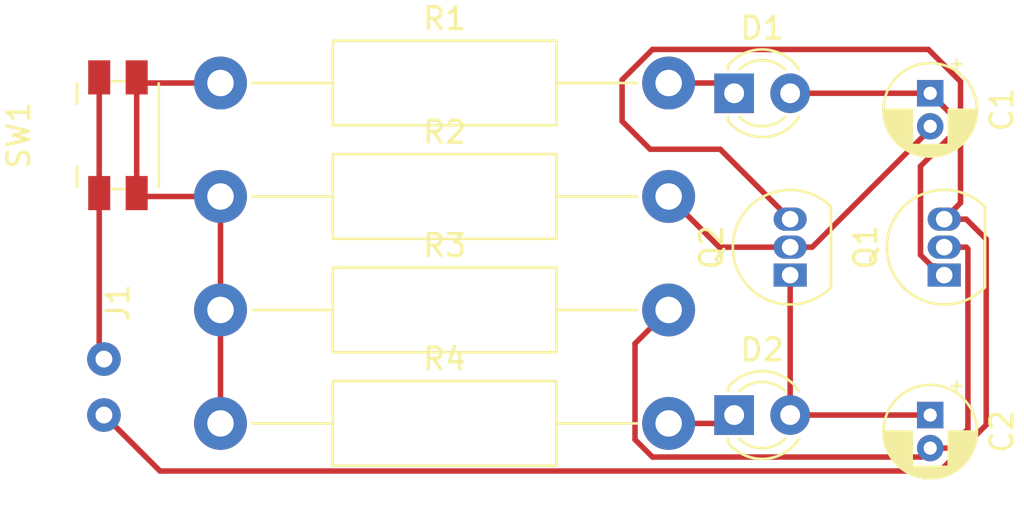
<source format=kicad_pcb>
(kicad_pcb (version 20171130) (host pcbnew "(5.1.10)-1")

  (general
    (thickness 1.6)
    (drawings 0)
    (tracks 56)
    (zones 0)
    (modules 12)
    (nets 10)
  )

  (page A4)
  (layers
    (0 F.Cu signal)
    (31 B.Cu signal)
    (32 B.Adhes user)
    (33 F.Adhes user)
    (34 B.Paste user)
    (35 F.Paste user)
    (36 B.SilkS user)
    (37 F.SilkS user)
    (38 B.Mask user)
    (39 F.Mask user)
    (40 Dwgs.User user)
    (41 Cmts.User user)
    (42 Eco1.User user)
    (43 Eco2.User user)
    (44 Edge.Cuts user)
    (45 Margin user)
    (46 B.CrtYd user)
    (47 F.CrtYd user)
    (48 B.Fab user)
    (49 F.Fab user)
  )

  (setup
    (last_trace_width 0.25)
    (trace_clearance 0.2)
    (zone_clearance 0.508)
    (zone_45_only no)
    (trace_min 0.2)
    (via_size 0.8)
    (via_drill 0.4)
    (via_min_size 0.4)
    (via_min_drill 0.3)
    (uvia_size 0.3)
    (uvia_drill 0.1)
    (uvias_allowed no)
    (uvia_min_size 0.2)
    (uvia_min_drill 0.1)
    (edge_width 0.05)
    (segment_width 0.2)
    (pcb_text_width 0.3)
    (pcb_text_size 1.5 1.5)
    (mod_edge_width 0.12)
    (mod_text_size 1 1)
    (mod_text_width 0.15)
    (pad_size 1.524 1.524)
    (pad_drill 0.762)
    (pad_to_mask_clearance 0)
    (aux_axis_origin 0 0)
    (visible_elements 7FFFFFFF)
    (pcbplotparams
      (layerselection 0x010fc_ffffffff)
      (usegerberextensions false)
      (usegerberattributes true)
      (usegerberadvancedattributes true)
      (creategerberjobfile true)
      (excludeedgelayer true)
      (linewidth 0.100000)
      (plotframeref false)
      (viasonmask false)
      (mode 1)
      (useauxorigin false)
      (hpglpennumber 1)
      (hpglpenspeed 20)
      (hpglpendiameter 15.000000)
      (psnegative false)
      (psa4output false)
      (plotreference true)
      (plotvalue true)
      (plotinvisibletext false)
      (padsonsilk false)
      (subtractmaskfromsilk false)
      (outputformat 1)
      (mirror false)
      (drillshape 1)
      (scaleselection 1)
      (outputdirectory ""))
  )

  (net 0 "")
  (net 1 "Net-(C1-Pad1)")
  (net 2 "Net-(C1-Pad2)")
  (net 3 "Net-(C2-Pad2)")
  (net 4 "Net-(C2-Pad1)")
  (net 5 "Net-(D1-Pad1)")
  (net 6 "Net-(D2-Pad1)")
  (net 7 "Net-(R1-Pad1)")
  (net 8 "Net-(J1-Pad1)")
  (net 9 "Net-(J1-Pad2)")

  (net_class Default "This is the default net class."
    (clearance 0.2)
    (trace_width 0.25)
    (via_dia 0.8)
    (via_drill 0.4)
    (uvia_dia 0.3)
    (uvia_drill 0.1)
    (add_net "Net-(C1-Pad1)")
    (add_net "Net-(C1-Pad2)")
    (add_net "Net-(C2-Pad1)")
    (add_net "Net-(C2-Pad2)")
    (add_net "Net-(D1-Pad1)")
    (add_net "Net-(D2-Pad1)")
    (add_net "Net-(J1-Pad1)")
    (add_net "Net-(J1-Pad2)")
    (add_net "Net-(R1-Pad1)")
  )

  (module Capacitor_THT:CP_Radial_D4.0mm_P1.50mm (layer F.Cu) (tedit 5AE50EF0) (tstamp 613A0BFD)
    (at 163.195 92.075 270)
    (descr "CP, Radial series, Radial, pin pitch=1.50mm, , diameter=4mm, Electrolytic Capacitor")
    (tags "CP Radial series Radial pin pitch 1.50mm  diameter 4mm Electrolytic Capacitor")
    (path /6135F32A)
    (fp_text reference C1 (at 0.75 -3.25 90) (layer F.SilkS)
      (effects (font (size 1 1) (thickness 0.15)))
    )
    (fp_text value CP1 (at 0.75 3.25 90) (layer F.Fab)
      (effects (font (size 1 1) (thickness 0.15)))
    )
    (fp_line (start -1.319801 -1.395) (end -1.319801 -0.995) (layer F.SilkS) (width 0.12))
    (fp_line (start -1.519801 -1.195) (end -1.119801 -1.195) (layer F.SilkS) (width 0.12))
    (fp_line (start 2.831 -0.37) (end 2.831 0.37) (layer F.SilkS) (width 0.12))
    (fp_line (start 2.791 -0.537) (end 2.791 0.537) (layer F.SilkS) (width 0.12))
    (fp_line (start 2.751 -0.664) (end 2.751 0.664) (layer F.SilkS) (width 0.12))
    (fp_line (start 2.711 -0.768) (end 2.711 0.768) (layer F.SilkS) (width 0.12))
    (fp_line (start 2.671 -0.859) (end 2.671 0.859) (layer F.SilkS) (width 0.12))
    (fp_line (start 2.631 -0.94) (end 2.631 0.94) (layer F.SilkS) (width 0.12))
    (fp_line (start 2.591 -1.013) (end 2.591 1.013) (layer F.SilkS) (width 0.12))
    (fp_line (start 2.551 -1.08) (end 2.551 1.08) (layer F.SilkS) (width 0.12))
    (fp_line (start 2.511 -1.142) (end 2.511 1.142) (layer F.SilkS) (width 0.12))
    (fp_line (start 2.471 -1.2) (end 2.471 1.2) (layer F.SilkS) (width 0.12))
    (fp_line (start 2.431 -1.254) (end 2.431 1.254) (layer F.SilkS) (width 0.12))
    (fp_line (start 2.391 -1.304) (end 2.391 1.304) (layer F.SilkS) (width 0.12))
    (fp_line (start 2.351 -1.351) (end 2.351 1.351) (layer F.SilkS) (width 0.12))
    (fp_line (start 2.311 0.84) (end 2.311 1.396) (layer F.SilkS) (width 0.12))
    (fp_line (start 2.311 -1.396) (end 2.311 -0.84) (layer F.SilkS) (width 0.12))
    (fp_line (start 2.271 0.84) (end 2.271 1.438) (layer F.SilkS) (width 0.12))
    (fp_line (start 2.271 -1.438) (end 2.271 -0.84) (layer F.SilkS) (width 0.12))
    (fp_line (start 2.231 0.84) (end 2.231 1.478) (layer F.SilkS) (width 0.12))
    (fp_line (start 2.231 -1.478) (end 2.231 -0.84) (layer F.SilkS) (width 0.12))
    (fp_line (start 2.191 0.84) (end 2.191 1.516) (layer F.SilkS) (width 0.12))
    (fp_line (start 2.191 -1.516) (end 2.191 -0.84) (layer F.SilkS) (width 0.12))
    (fp_line (start 2.151 0.84) (end 2.151 1.552) (layer F.SilkS) (width 0.12))
    (fp_line (start 2.151 -1.552) (end 2.151 -0.84) (layer F.SilkS) (width 0.12))
    (fp_line (start 2.111 0.84) (end 2.111 1.587) (layer F.SilkS) (width 0.12))
    (fp_line (start 2.111 -1.587) (end 2.111 -0.84) (layer F.SilkS) (width 0.12))
    (fp_line (start 2.071 0.84) (end 2.071 1.619) (layer F.SilkS) (width 0.12))
    (fp_line (start 2.071 -1.619) (end 2.071 -0.84) (layer F.SilkS) (width 0.12))
    (fp_line (start 2.031 0.84) (end 2.031 1.65) (layer F.SilkS) (width 0.12))
    (fp_line (start 2.031 -1.65) (end 2.031 -0.84) (layer F.SilkS) (width 0.12))
    (fp_line (start 1.991 0.84) (end 1.991 1.68) (layer F.SilkS) (width 0.12))
    (fp_line (start 1.991 -1.68) (end 1.991 -0.84) (layer F.SilkS) (width 0.12))
    (fp_line (start 1.951 0.84) (end 1.951 1.708) (layer F.SilkS) (width 0.12))
    (fp_line (start 1.951 -1.708) (end 1.951 -0.84) (layer F.SilkS) (width 0.12))
    (fp_line (start 1.911 0.84) (end 1.911 1.735) (layer F.SilkS) (width 0.12))
    (fp_line (start 1.911 -1.735) (end 1.911 -0.84) (layer F.SilkS) (width 0.12))
    (fp_line (start 1.871 0.84) (end 1.871 1.76) (layer F.SilkS) (width 0.12))
    (fp_line (start 1.871 -1.76) (end 1.871 -0.84) (layer F.SilkS) (width 0.12))
    (fp_line (start 1.831 0.84) (end 1.831 1.785) (layer F.SilkS) (width 0.12))
    (fp_line (start 1.831 -1.785) (end 1.831 -0.84) (layer F.SilkS) (width 0.12))
    (fp_line (start 1.791 0.84) (end 1.791 1.808) (layer F.SilkS) (width 0.12))
    (fp_line (start 1.791 -1.808) (end 1.791 -0.84) (layer F.SilkS) (width 0.12))
    (fp_line (start 1.751 0.84) (end 1.751 1.83) (layer F.SilkS) (width 0.12))
    (fp_line (start 1.751 -1.83) (end 1.751 -0.84) (layer F.SilkS) (width 0.12))
    (fp_line (start 1.711 0.84) (end 1.711 1.851) (layer F.SilkS) (width 0.12))
    (fp_line (start 1.711 -1.851) (end 1.711 -0.84) (layer F.SilkS) (width 0.12))
    (fp_line (start 1.671 0.84) (end 1.671 1.87) (layer F.SilkS) (width 0.12))
    (fp_line (start 1.671 -1.87) (end 1.671 -0.84) (layer F.SilkS) (width 0.12))
    (fp_line (start 1.631 0.84) (end 1.631 1.889) (layer F.SilkS) (width 0.12))
    (fp_line (start 1.631 -1.889) (end 1.631 -0.84) (layer F.SilkS) (width 0.12))
    (fp_line (start 1.591 0.84) (end 1.591 1.907) (layer F.SilkS) (width 0.12))
    (fp_line (start 1.591 -1.907) (end 1.591 -0.84) (layer F.SilkS) (width 0.12))
    (fp_line (start 1.551 0.84) (end 1.551 1.924) (layer F.SilkS) (width 0.12))
    (fp_line (start 1.551 -1.924) (end 1.551 -0.84) (layer F.SilkS) (width 0.12))
    (fp_line (start 1.511 0.84) (end 1.511 1.94) (layer F.SilkS) (width 0.12))
    (fp_line (start 1.511 -1.94) (end 1.511 -0.84) (layer F.SilkS) (width 0.12))
    (fp_line (start 1.471 0.84) (end 1.471 1.954) (layer F.SilkS) (width 0.12))
    (fp_line (start 1.471 -1.954) (end 1.471 -0.84) (layer F.SilkS) (width 0.12))
    (fp_line (start 1.43 0.84) (end 1.43 1.968) (layer F.SilkS) (width 0.12))
    (fp_line (start 1.43 -1.968) (end 1.43 -0.84) (layer F.SilkS) (width 0.12))
    (fp_line (start 1.39 0.84) (end 1.39 1.982) (layer F.SilkS) (width 0.12))
    (fp_line (start 1.39 -1.982) (end 1.39 -0.84) (layer F.SilkS) (width 0.12))
    (fp_line (start 1.35 0.84) (end 1.35 1.994) (layer F.SilkS) (width 0.12))
    (fp_line (start 1.35 -1.994) (end 1.35 -0.84) (layer F.SilkS) (width 0.12))
    (fp_line (start 1.31 0.84) (end 1.31 2.005) (layer F.SilkS) (width 0.12))
    (fp_line (start 1.31 -2.005) (end 1.31 -0.84) (layer F.SilkS) (width 0.12))
    (fp_line (start 1.27 0.84) (end 1.27 2.016) (layer F.SilkS) (width 0.12))
    (fp_line (start 1.27 -2.016) (end 1.27 -0.84) (layer F.SilkS) (width 0.12))
    (fp_line (start 1.23 0.84) (end 1.23 2.025) (layer F.SilkS) (width 0.12))
    (fp_line (start 1.23 -2.025) (end 1.23 -0.84) (layer F.SilkS) (width 0.12))
    (fp_line (start 1.19 0.84) (end 1.19 2.034) (layer F.SilkS) (width 0.12))
    (fp_line (start 1.19 -2.034) (end 1.19 -0.84) (layer F.SilkS) (width 0.12))
    (fp_line (start 1.15 0.84) (end 1.15 2.042) (layer F.SilkS) (width 0.12))
    (fp_line (start 1.15 -2.042) (end 1.15 -0.84) (layer F.SilkS) (width 0.12))
    (fp_line (start 1.11 0.84) (end 1.11 2.05) (layer F.SilkS) (width 0.12))
    (fp_line (start 1.11 -2.05) (end 1.11 -0.84) (layer F.SilkS) (width 0.12))
    (fp_line (start 1.07 0.84) (end 1.07 2.056) (layer F.SilkS) (width 0.12))
    (fp_line (start 1.07 -2.056) (end 1.07 -0.84) (layer F.SilkS) (width 0.12))
    (fp_line (start 1.03 0.84) (end 1.03 2.062) (layer F.SilkS) (width 0.12))
    (fp_line (start 1.03 -2.062) (end 1.03 -0.84) (layer F.SilkS) (width 0.12))
    (fp_line (start 0.99 0.84) (end 0.99 2.067) (layer F.SilkS) (width 0.12))
    (fp_line (start 0.99 -2.067) (end 0.99 -0.84) (layer F.SilkS) (width 0.12))
    (fp_line (start 0.95 0.84) (end 0.95 2.071) (layer F.SilkS) (width 0.12))
    (fp_line (start 0.95 -2.071) (end 0.95 -0.84) (layer F.SilkS) (width 0.12))
    (fp_line (start 0.91 0.84) (end 0.91 2.074) (layer F.SilkS) (width 0.12))
    (fp_line (start 0.91 -2.074) (end 0.91 -0.84) (layer F.SilkS) (width 0.12))
    (fp_line (start 0.87 0.84) (end 0.87 2.077) (layer F.SilkS) (width 0.12))
    (fp_line (start 0.87 -2.077) (end 0.87 -0.84) (layer F.SilkS) (width 0.12))
    (fp_line (start 0.83 -2.079) (end 0.83 -0.84) (layer F.SilkS) (width 0.12))
    (fp_line (start 0.83 0.84) (end 0.83 2.079) (layer F.SilkS) (width 0.12))
    (fp_line (start 0.79 -2.08) (end 0.79 -0.84) (layer F.SilkS) (width 0.12))
    (fp_line (start 0.79 0.84) (end 0.79 2.08) (layer F.SilkS) (width 0.12))
    (fp_line (start 0.75 -2.08) (end 0.75 -0.84) (layer F.SilkS) (width 0.12))
    (fp_line (start 0.75 0.84) (end 0.75 2.08) (layer F.SilkS) (width 0.12))
    (fp_line (start -0.752554 -1.0675) (end -0.752554 -0.6675) (layer F.Fab) (width 0.1))
    (fp_line (start -0.952554 -0.8675) (end -0.552554 -0.8675) (layer F.Fab) (width 0.1))
    (fp_circle (center 0.75 0) (end 3 0) (layer F.CrtYd) (width 0.05))
    (fp_circle (center 0.75 0) (end 2.87 0) (layer F.SilkS) (width 0.12))
    (fp_circle (center 0.75 0) (end 2.75 0) (layer F.Fab) (width 0.1))
    (fp_text user %R (at 0.75 0 90) (layer F.Fab)
      (effects (font (size 0.8 0.8) (thickness 0.12)))
    )
    (pad 1 thru_hole rect (at 0 0 270) (size 1.2 1.2) (drill 0.6) (layers *.Cu *.Mask)
      (net 1 "Net-(C1-Pad1)"))
    (pad 2 thru_hole circle (at 1.5 0 270) (size 1.2 1.2) (drill 0.6) (layers *.Cu *.Mask)
      (net 2 "Net-(C1-Pad2)"))
    (model ${KISYS3DMOD}/Capacitor_THT.3dshapes/CP_Radial_D4.0mm_P1.50mm.wrl
      (at (xyz 0 0 0))
      (scale (xyz 1 1 1))
      (rotate (xyz 0 0 0))
    )
  )

  (module Capacitor_THT:CP_Radial_D4.0mm_P1.50mm (layer F.Cu) (tedit 5AE50EF0) (tstamp 613A0C68)
    (at 163.195 106.68 270)
    (descr "CP, Radial series, Radial, pin pitch=1.50mm, , diameter=4mm, Electrolytic Capacitor")
    (tags "CP Radial series Radial pin pitch 1.50mm  diameter 4mm Electrolytic Capacitor")
    (path /6135FA8A)
    (fp_text reference C2 (at 0.75 -3.25 90) (layer F.SilkS)
      (effects (font (size 1 1) (thickness 0.15)))
    )
    (fp_text value CP1 (at 0.75 3.25 90) (layer F.Fab)
      (effects (font (size 1 1) (thickness 0.15)))
    )
    (fp_text user %R (at 0.75 0 90) (layer F.Fab)
      (effects (font (size 0.8 0.8) (thickness 0.12)))
    )
    (fp_circle (center 0.75 0) (end 2.75 0) (layer F.Fab) (width 0.1))
    (fp_circle (center 0.75 0) (end 2.87 0) (layer F.SilkS) (width 0.12))
    (fp_circle (center 0.75 0) (end 3 0) (layer F.CrtYd) (width 0.05))
    (fp_line (start -0.952554 -0.8675) (end -0.552554 -0.8675) (layer F.Fab) (width 0.1))
    (fp_line (start -0.752554 -1.0675) (end -0.752554 -0.6675) (layer F.Fab) (width 0.1))
    (fp_line (start 0.75 0.84) (end 0.75 2.08) (layer F.SilkS) (width 0.12))
    (fp_line (start 0.75 -2.08) (end 0.75 -0.84) (layer F.SilkS) (width 0.12))
    (fp_line (start 0.79 0.84) (end 0.79 2.08) (layer F.SilkS) (width 0.12))
    (fp_line (start 0.79 -2.08) (end 0.79 -0.84) (layer F.SilkS) (width 0.12))
    (fp_line (start 0.83 0.84) (end 0.83 2.079) (layer F.SilkS) (width 0.12))
    (fp_line (start 0.83 -2.079) (end 0.83 -0.84) (layer F.SilkS) (width 0.12))
    (fp_line (start 0.87 -2.077) (end 0.87 -0.84) (layer F.SilkS) (width 0.12))
    (fp_line (start 0.87 0.84) (end 0.87 2.077) (layer F.SilkS) (width 0.12))
    (fp_line (start 0.91 -2.074) (end 0.91 -0.84) (layer F.SilkS) (width 0.12))
    (fp_line (start 0.91 0.84) (end 0.91 2.074) (layer F.SilkS) (width 0.12))
    (fp_line (start 0.95 -2.071) (end 0.95 -0.84) (layer F.SilkS) (width 0.12))
    (fp_line (start 0.95 0.84) (end 0.95 2.071) (layer F.SilkS) (width 0.12))
    (fp_line (start 0.99 -2.067) (end 0.99 -0.84) (layer F.SilkS) (width 0.12))
    (fp_line (start 0.99 0.84) (end 0.99 2.067) (layer F.SilkS) (width 0.12))
    (fp_line (start 1.03 -2.062) (end 1.03 -0.84) (layer F.SilkS) (width 0.12))
    (fp_line (start 1.03 0.84) (end 1.03 2.062) (layer F.SilkS) (width 0.12))
    (fp_line (start 1.07 -2.056) (end 1.07 -0.84) (layer F.SilkS) (width 0.12))
    (fp_line (start 1.07 0.84) (end 1.07 2.056) (layer F.SilkS) (width 0.12))
    (fp_line (start 1.11 -2.05) (end 1.11 -0.84) (layer F.SilkS) (width 0.12))
    (fp_line (start 1.11 0.84) (end 1.11 2.05) (layer F.SilkS) (width 0.12))
    (fp_line (start 1.15 -2.042) (end 1.15 -0.84) (layer F.SilkS) (width 0.12))
    (fp_line (start 1.15 0.84) (end 1.15 2.042) (layer F.SilkS) (width 0.12))
    (fp_line (start 1.19 -2.034) (end 1.19 -0.84) (layer F.SilkS) (width 0.12))
    (fp_line (start 1.19 0.84) (end 1.19 2.034) (layer F.SilkS) (width 0.12))
    (fp_line (start 1.23 -2.025) (end 1.23 -0.84) (layer F.SilkS) (width 0.12))
    (fp_line (start 1.23 0.84) (end 1.23 2.025) (layer F.SilkS) (width 0.12))
    (fp_line (start 1.27 -2.016) (end 1.27 -0.84) (layer F.SilkS) (width 0.12))
    (fp_line (start 1.27 0.84) (end 1.27 2.016) (layer F.SilkS) (width 0.12))
    (fp_line (start 1.31 -2.005) (end 1.31 -0.84) (layer F.SilkS) (width 0.12))
    (fp_line (start 1.31 0.84) (end 1.31 2.005) (layer F.SilkS) (width 0.12))
    (fp_line (start 1.35 -1.994) (end 1.35 -0.84) (layer F.SilkS) (width 0.12))
    (fp_line (start 1.35 0.84) (end 1.35 1.994) (layer F.SilkS) (width 0.12))
    (fp_line (start 1.39 -1.982) (end 1.39 -0.84) (layer F.SilkS) (width 0.12))
    (fp_line (start 1.39 0.84) (end 1.39 1.982) (layer F.SilkS) (width 0.12))
    (fp_line (start 1.43 -1.968) (end 1.43 -0.84) (layer F.SilkS) (width 0.12))
    (fp_line (start 1.43 0.84) (end 1.43 1.968) (layer F.SilkS) (width 0.12))
    (fp_line (start 1.471 -1.954) (end 1.471 -0.84) (layer F.SilkS) (width 0.12))
    (fp_line (start 1.471 0.84) (end 1.471 1.954) (layer F.SilkS) (width 0.12))
    (fp_line (start 1.511 -1.94) (end 1.511 -0.84) (layer F.SilkS) (width 0.12))
    (fp_line (start 1.511 0.84) (end 1.511 1.94) (layer F.SilkS) (width 0.12))
    (fp_line (start 1.551 -1.924) (end 1.551 -0.84) (layer F.SilkS) (width 0.12))
    (fp_line (start 1.551 0.84) (end 1.551 1.924) (layer F.SilkS) (width 0.12))
    (fp_line (start 1.591 -1.907) (end 1.591 -0.84) (layer F.SilkS) (width 0.12))
    (fp_line (start 1.591 0.84) (end 1.591 1.907) (layer F.SilkS) (width 0.12))
    (fp_line (start 1.631 -1.889) (end 1.631 -0.84) (layer F.SilkS) (width 0.12))
    (fp_line (start 1.631 0.84) (end 1.631 1.889) (layer F.SilkS) (width 0.12))
    (fp_line (start 1.671 -1.87) (end 1.671 -0.84) (layer F.SilkS) (width 0.12))
    (fp_line (start 1.671 0.84) (end 1.671 1.87) (layer F.SilkS) (width 0.12))
    (fp_line (start 1.711 -1.851) (end 1.711 -0.84) (layer F.SilkS) (width 0.12))
    (fp_line (start 1.711 0.84) (end 1.711 1.851) (layer F.SilkS) (width 0.12))
    (fp_line (start 1.751 -1.83) (end 1.751 -0.84) (layer F.SilkS) (width 0.12))
    (fp_line (start 1.751 0.84) (end 1.751 1.83) (layer F.SilkS) (width 0.12))
    (fp_line (start 1.791 -1.808) (end 1.791 -0.84) (layer F.SilkS) (width 0.12))
    (fp_line (start 1.791 0.84) (end 1.791 1.808) (layer F.SilkS) (width 0.12))
    (fp_line (start 1.831 -1.785) (end 1.831 -0.84) (layer F.SilkS) (width 0.12))
    (fp_line (start 1.831 0.84) (end 1.831 1.785) (layer F.SilkS) (width 0.12))
    (fp_line (start 1.871 -1.76) (end 1.871 -0.84) (layer F.SilkS) (width 0.12))
    (fp_line (start 1.871 0.84) (end 1.871 1.76) (layer F.SilkS) (width 0.12))
    (fp_line (start 1.911 -1.735) (end 1.911 -0.84) (layer F.SilkS) (width 0.12))
    (fp_line (start 1.911 0.84) (end 1.911 1.735) (layer F.SilkS) (width 0.12))
    (fp_line (start 1.951 -1.708) (end 1.951 -0.84) (layer F.SilkS) (width 0.12))
    (fp_line (start 1.951 0.84) (end 1.951 1.708) (layer F.SilkS) (width 0.12))
    (fp_line (start 1.991 -1.68) (end 1.991 -0.84) (layer F.SilkS) (width 0.12))
    (fp_line (start 1.991 0.84) (end 1.991 1.68) (layer F.SilkS) (width 0.12))
    (fp_line (start 2.031 -1.65) (end 2.031 -0.84) (layer F.SilkS) (width 0.12))
    (fp_line (start 2.031 0.84) (end 2.031 1.65) (layer F.SilkS) (width 0.12))
    (fp_line (start 2.071 -1.619) (end 2.071 -0.84) (layer F.SilkS) (width 0.12))
    (fp_line (start 2.071 0.84) (end 2.071 1.619) (layer F.SilkS) (width 0.12))
    (fp_line (start 2.111 -1.587) (end 2.111 -0.84) (layer F.SilkS) (width 0.12))
    (fp_line (start 2.111 0.84) (end 2.111 1.587) (layer F.SilkS) (width 0.12))
    (fp_line (start 2.151 -1.552) (end 2.151 -0.84) (layer F.SilkS) (width 0.12))
    (fp_line (start 2.151 0.84) (end 2.151 1.552) (layer F.SilkS) (width 0.12))
    (fp_line (start 2.191 -1.516) (end 2.191 -0.84) (layer F.SilkS) (width 0.12))
    (fp_line (start 2.191 0.84) (end 2.191 1.516) (layer F.SilkS) (width 0.12))
    (fp_line (start 2.231 -1.478) (end 2.231 -0.84) (layer F.SilkS) (width 0.12))
    (fp_line (start 2.231 0.84) (end 2.231 1.478) (layer F.SilkS) (width 0.12))
    (fp_line (start 2.271 -1.438) (end 2.271 -0.84) (layer F.SilkS) (width 0.12))
    (fp_line (start 2.271 0.84) (end 2.271 1.438) (layer F.SilkS) (width 0.12))
    (fp_line (start 2.311 -1.396) (end 2.311 -0.84) (layer F.SilkS) (width 0.12))
    (fp_line (start 2.311 0.84) (end 2.311 1.396) (layer F.SilkS) (width 0.12))
    (fp_line (start 2.351 -1.351) (end 2.351 1.351) (layer F.SilkS) (width 0.12))
    (fp_line (start 2.391 -1.304) (end 2.391 1.304) (layer F.SilkS) (width 0.12))
    (fp_line (start 2.431 -1.254) (end 2.431 1.254) (layer F.SilkS) (width 0.12))
    (fp_line (start 2.471 -1.2) (end 2.471 1.2) (layer F.SilkS) (width 0.12))
    (fp_line (start 2.511 -1.142) (end 2.511 1.142) (layer F.SilkS) (width 0.12))
    (fp_line (start 2.551 -1.08) (end 2.551 1.08) (layer F.SilkS) (width 0.12))
    (fp_line (start 2.591 -1.013) (end 2.591 1.013) (layer F.SilkS) (width 0.12))
    (fp_line (start 2.631 -0.94) (end 2.631 0.94) (layer F.SilkS) (width 0.12))
    (fp_line (start 2.671 -0.859) (end 2.671 0.859) (layer F.SilkS) (width 0.12))
    (fp_line (start 2.711 -0.768) (end 2.711 0.768) (layer F.SilkS) (width 0.12))
    (fp_line (start 2.751 -0.664) (end 2.751 0.664) (layer F.SilkS) (width 0.12))
    (fp_line (start 2.791 -0.537) (end 2.791 0.537) (layer F.SilkS) (width 0.12))
    (fp_line (start 2.831 -0.37) (end 2.831 0.37) (layer F.SilkS) (width 0.12))
    (fp_line (start -1.519801 -1.195) (end -1.119801 -1.195) (layer F.SilkS) (width 0.12))
    (fp_line (start -1.319801 -1.395) (end -1.319801 -0.995) (layer F.SilkS) (width 0.12))
    (pad 2 thru_hole circle (at 1.5 0 270) (size 1.2 1.2) (drill 0.6) (layers *.Cu *.Mask)
      (net 3 "Net-(C2-Pad2)"))
    (pad 1 thru_hole rect (at 0 0 270) (size 1.2 1.2) (drill 0.6) (layers *.Cu *.Mask)
      (net 4 "Net-(C2-Pad1)"))
    (model ${KISYS3DMOD}/Capacitor_THT.3dshapes/CP_Radial_D4.0mm_P1.50mm.wrl
      (at (xyz 0 0 0))
      (scale (xyz 1 1 1))
      (rotate (xyz 0 0 0))
    )
  )

  (module LED_THT:LED_D3.0mm (layer F.Cu) (tedit 587A3A7B) (tstamp 613A0C7B)
    (at 154.305 92.075)
    (descr "LED, diameter 3.0mm, 2 pins")
    (tags "LED diameter 3.0mm 2 pins")
    (path /6134E11B)
    (fp_text reference D1 (at 1.27 -2.96) (layer F.SilkS)
      (effects (font (size 1 1) (thickness 0.15)))
    )
    (fp_text value DIODE (at 1.27 2.96) (layer F.Fab)
      (effects (font (size 1 1) (thickness 0.15)))
    )
    (fp_arc (start 1.27 0) (end 0.229039 1.08) (angle -87.9) (layer F.SilkS) (width 0.12))
    (fp_arc (start 1.27 0) (end 0.229039 -1.08) (angle 87.9) (layer F.SilkS) (width 0.12))
    (fp_arc (start 1.27 0) (end -0.29 1.235516) (angle -108.8) (layer F.SilkS) (width 0.12))
    (fp_arc (start 1.27 0) (end -0.29 -1.235516) (angle 108.8) (layer F.SilkS) (width 0.12))
    (fp_arc (start 1.27 0) (end -0.23 -1.16619) (angle 284.3) (layer F.Fab) (width 0.1))
    (fp_circle (center 1.27 0) (end 2.77 0) (layer F.Fab) (width 0.1))
    (fp_line (start -0.23 -1.16619) (end -0.23 1.16619) (layer F.Fab) (width 0.1))
    (fp_line (start -0.29 -1.236) (end -0.29 -1.08) (layer F.SilkS) (width 0.12))
    (fp_line (start -0.29 1.08) (end -0.29 1.236) (layer F.SilkS) (width 0.12))
    (fp_line (start -1.15 -2.25) (end -1.15 2.25) (layer F.CrtYd) (width 0.05))
    (fp_line (start -1.15 2.25) (end 3.7 2.25) (layer F.CrtYd) (width 0.05))
    (fp_line (start 3.7 2.25) (end 3.7 -2.25) (layer F.CrtYd) (width 0.05))
    (fp_line (start 3.7 -2.25) (end -1.15 -2.25) (layer F.CrtYd) (width 0.05))
    (pad 2 thru_hole circle (at 2.54 0) (size 1.8 1.8) (drill 0.9) (layers *.Cu *.Mask)
      (net 1 "Net-(C1-Pad1)"))
    (pad 1 thru_hole rect (at 0 0) (size 1.8 1.8) (drill 0.9) (layers *.Cu *.Mask)
      (net 5 "Net-(D1-Pad1)"))
    (model ${KISYS3DMOD}/LED_THT.3dshapes/LED_D3.0mm.wrl
      (at (xyz 0 0 0))
      (scale (xyz 1 1 1))
      (rotate (xyz 0 0 0))
    )
  )

  (module LED_THT:LED_D3.0mm (layer F.Cu) (tedit 587A3A7B) (tstamp 613A0C8E)
    (at 154.305 106.68)
    (descr "LED, diameter 3.0mm, 2 pins")
    (tags "LED diameter 3.0mm 2 pins")
    (path /613449E4)
    (fp_text reference D2 (at 1.27 -2.96) (layer F.SilkS)
      (effects (font (size 1 1) (thickness 0.15)))
    )
    (fp_text value DIODE (at 1.27 2.96) (layer F.Fab)
      (effects (font (size 1 1) (thickness 0.15)))
    )
    (fp_line (start 3.7 -2.25) (end -1.15 -2.25) (layer F.CrtYd) (width 0.05))
    (fp_line (start 3.7 2.25) (end 3.7 -2.25) (layer F.CrtYd) (width 0.05))
    (fp_line (start -1.15 2.25) (end 3.7 2.25) (layer F.CrtYd) (width 0.05))
    (fp_line (start -1.15 -2.25) (end -1.15 2.25) (layer F.CrtYd) (width 0.05))
    (fp_line (start -0.29 1.08) (end -0.29 1.236) (layer F.SilkS) (width 0.12))
    (fp_line (start -0.29 -1.236) (end -0.29 -1.08) (layer F.SilkS) (width 0.12))
    (fp_line (start -0.23 -1.16619) (end -0.23 1.16619) (layer F.Fab) (width 0.1))
    (fp_circle (center 1.27 0) (end 2.77 0) (layer F.Fab) (width 0.1))
    (fp_arc (start 1.27 0) (end -0.23 -1.16619) (angle 284.3) (layer F.Fab) (width 0.1))
    (fp_arc (start 1.27 0) (end -0.29 -1.235516) (angle 108.8) (layer F.SilkS) (width 0.12))
    (fp_arc (start 1.27 0) (end -0.29 1.235516) (angle -108.8) (layer F.SilkS) (width 0.12))
    (fp_arc (start 1.27 0) (end 0.229039 -1.08) (angle 87.9) (layer F.SilkS) (width 0.12))
    (fp_arc (start 1.27 0) (end 0.229039 1.08) (angle -87.9) (layer F.SilkS) (width 0.12))
    (pad 1 thru_hole rect (at 0 0) (size 1.8 1.8) (drill 0.9) (layers *.Cu *.Mask)
      (net 6 "Net-(D2-Pad1)"))
    (pad 2 thru_hole circle (at 2.54 0) (size 1.8 1.8) (drill 0.9) (layers *.Cu *.Mask)
      (net 4 "Net-(C2-Pad1)"))
    (model ${KISYS3DMOD}/LED_THT.3dshapes/LED_D3.0mm.wrl
      (at (xyz 0 0 0))
      (scale (xyz 1 1 1))
      (rotate (xyz 0 0 0))
    )
  )

  (module klemens:klemens (layer F.Cu) (tedit 6131E61F) (tstamp 613A0C99)
    (at 127 102.87 270)
    (path /6136C01A)
    (fp_text reference J1 (at -1.27 0.635 90) (layer F.SilkS)
      (effects (font (size 1 1) (thickness 0.15)))
    )
    (fp_text value klemens (at -0.635 -1.27 90) (layer F.Fab)
      (effects (font (size 1 1) (thickness 0.15)))
    )
    (fp_line (start 5.08 3.81) (end 0 3.81) (layer Eco2.User) (width 0.12))
    (fp_line (start 0 3.81) (end 0 0) (layer Eco2.User) (width 0.12))
    (fp_line (start 5.08 0) (end 5.08 3.81) (layer Eco2.User) (width 0.12))
    (fp_line (start 0 0) (end 5.08 0) (layer Eco2.User) (width 0.12))
    (fp_text user 2xklemens (at 2.54 2.54 90) (layer Eco2.User)
      (effects (font (size 0.5 0.5) (thickness 0.05)))
    )
    (pad 1 thru_hole circle (at 1.27 1.27 270) (size 1.524 1.524) (drill 0.762) (layers *.Cu *.Mask)
      (net 8 "Net-(J1-Pad1)"))
    (pad 2 thru_hole circle (at 3.81 1.27 270) (size 1.524 1.524) (drill 0.762) (layers *.Cu *.Mask)
      (net 9 "Net-(J1-Pad2)"))
  )

  (module Package_TO_SOT_THT:TO-92_Inline (layer F.Cu) (tedit 5A1DD157) (tstamp 613A0CAB)
    (at 163.83 100.33 90)
    (descr "TO-92 leads in-line, narrow, oval pads, drill 0.75mm (see NXP sot054_po.pdf)")
    (tags "to-92 sc-43 sc-43a sot54 PA33 transistor")
    (path /6133FFED)
    (fp_text reference Q1 (at 1.27 -3.56 90) (layer F.SilkS)
      (effects (font (size 1 1) (thickness 0.15)))
    )
    (fp_text value BC547 (at 1.27 2.79 90) (layer F.Fab)
      (effects (font (size 1 1) (thickness 0.15)))
    )
    (fp_arc (start 1.27 0) (end 1.27 -2.6) (angle 135) (layer F.SilkS) (width 0.12))
    (fp_arc (start 1.27 0) (end 1.27 -2.48) (angle -135) (layer F.Fab) (width 0.1))
    (fp_arc (start 1.27 0) (end 1.27 -2.6) (angle -135) (layer F.SilkS) (width 0.12))
    (fp_arc (start 1.27 0) (end 1.27 -2.48) (angle 135) (layer F.Fab) (width 0.1))
    (fp_text user %R (at 1.27 0 90) (layer F.Fab)
      (effects (font (size 1 1) (thickness 0.15)))
    )
    (fp_line (start -0.53 1.85) (end 3.07 1.85) (layer F.SilkS) (width 0.12))
    (fp_line (start -0.5 1.75) (end 3 1.75) (layer F.Fab) (width 0.1))
    (fp_line (start -1.46 -2.73) (end 4 -2.73) (layer F.CrtYd) (width 0.05))
    (fp_line (start -1.46 -2.73) (end -1.46 2.01) (layer F.CrtYd) (width 0.05))
    (fp_line (start 4 2.01) (end 4 -2.73) (layer F.CrtYd) (width 0.05))
    (fp_line (start 4 2.01) (end -1.46 2.01) (layer F.CrtYd) (width 0.05))
    (pad 1 thru_hole rect (at 0 0 90) (size 1.05 1.5) (drill 0.75) (layers *.Cu *.Mask)
      (net 1 "Net-(C1-Pad1)"))
    (pad 3 thru_hole oval (at 2.54 0 90) (size 1.05 1.5) (drill 0.75) (layers *.Cu *.Mask)
      (net 9 "Net-(J1-Pad2)"))
    (pad 2 thru_hole oval (at 1.27 0 90) (size 1.05 1.5) (drill 0.75) (layers *.Cu *.Mask)
      (net 3 "Net-(C2-Pad2)"))
    (model ${KISYS3DMOD}/Package_TO_SOT_THT.3dshapes/TO-92_Inline.wrl
      (at (xyz 0 0 0))
      (scale (xyz 1 1 1))
      (rotate (xyz 0 0 0))
    )
  )

  (module Package_TO_SOT_THT:TO-92_Inline (layer F.Cu) (tedit 5A1DD157) (tstamp 613A0CBD)
    (at 156.845 100.33 90)
    (descr "TO-92 leads in-line, narrow, oval pads, drill 0.75mm (see NXP sot054_po.pdf)")
    (tags "to-92 sc-43 sc-43a sot54 PA33 transistor")
    (path /6133ECBE)
    (fp_text reference Q2 (at 1.27 -3.56 90) (layer F.SilkS)
      (effects (font (size 1 1) (thickness 0.15)))
    )
    (fp_text value BC547 (at 1.27 2.79 90) (layer F.Fab)
      (effects (font (size 1 1) (thickness 0.15)))
    )
    (fp_line (start 4 2.01) (end -1.46 2.01) (layer F.CrtYd) (width 0.05))
    (fp_line (start 4 2.01) (end 4 -2.73) (layer F.CrtYd) (width 0.05))
    (fp_line (start -1.46 -2.73) (end -1.46 2.01) (layer F.CrtYd) (width 0.05))
    (fp_line (start -1.46 -2.73) (end 4 -2.73) (layer F.CrtYd) (width 0.05))
    (fp_line (start -0.5 1.75) (end 3 1.75) (layer F.Fab) (width 0.1))
    (fp_line (start -0.53 1.85) (end 3.07 1.85) (layer F.SilkS) (width 0.12))
    (fp_text user %R (at 1.27 0 90) (layer F.Fab)
      (effects (font (size 1 1) (thickness 0.15)))
    )
    (fp_arc (start 1.27 0) (end 1.27 -2.48) (angle 135) (layer F.Fab) (width 0.1))
    (fp_arc (start 1.27 0) (end 1.27 -2.6) (angle -135) (layer F.SilkS) (width 0.12))
    (fp_arc (start 1.27 0) (end 1.27 -2.48) (angle -135) (layer F.Fab) (width 0.1))
    (fp_arc (start 1.27 0) (end 1.27 -2.6) (angle 135) (layer F.SilkS) (width 0.12))
    (pad 2 thru_hole oval (at 1.27 0 90) (size 1.05 1.5) (drill 0.75) (layers *.Cu *.Mask)
      (net 2 "Net-(C1-Pad2)"))
    (pad 3 thru_hole oval (at 2.54 0 90) (size 1.05 1.5) (drill 0.75) (layers *.Cu *.Mask)
      (net 9 "Net-(J1-Pad2)"))
    (pad 1 thru_hole rect (at 0 0 90) (size 1.05 1.5) (drill 0.75) (layers *.Cu *.Mask)
      (net 4 "Net-(C2-Pad1)"))
    (model ${KISYS3DMOD}/Package_TO_SOT_THT.3dshapes/TO-92_Inline.wrl
      (at (xyz 0 0 0))
      (scale (xyz 1 1 1))
      (rotate (xyz 0 0 0))
    )
  )

  (module Resistor_THT:R_Axial_DIN0411_L9.9mm_D3.6mm_P20.32mm_Horizontal (layer F.Cu) (tedit 5AE5139B) (tstamp 613A0CD4)
    (at 131.015001 91.610001)
    (descr "Resistor, Axial_DIN0411 series, Axial, Horizontal, pin pitch=20.32mm, 1W, length*diameter=9.9*3.6mm^2")
    (tags "Resistor Axial_DIN0411 series Axial Horizontal pin pitch 20.32mm 1W length 9.9mm diameter 3.6mm")
    (path /61341F07)
    (fp_text reference R1 (at 10.16 -2.92) (layer F.SilkS)
      (effects (font (size 1 1) (thickness 0.15)))
    )
    (fp_text value R (at 10.16 2.92) (layer F.Fab)
      (effects (font (size 1 1) (thickness 0.15)))
    )
    (fp_text user %R (at 10.16 0) (layer F.Fab)
      (effects (font (size 1 1) (thickness 0.15)))
    )
    (fp_line (start 5.21 -1.8) (end 5.21 1.8) (layer F.Fab) (width 0.1))
    (fp_line (start 5.21 1.8) (end 15.11 1.8) (layer F.Fab) (width 0.1))
    (fp_line (start 15.11 1.8) (end 15.11 -1.8) (layer F.Fab) (width 0.1))
    (fp_line (start 15.11 -1.8) (end 5.21 -1.8) (layer F.Fab) (width 0.1))
    (fp_line (start 0 0) (end 5.21 0) (layer F.Fab) (width 0.1))
    (fp_line (start 20.32 0) (end 15.11 0) (layer F.Fab) (width 0.1))
    (fp_line (start 5.09 -1.92) (end 5.09 1.92) (layer F.SilkS) (width 0.12))
    (fp_line (start 5.09 1.92) (end 15.23 1.92) (layer F.SilkS) (width 0.12))
    (fp_line (start 15.23 1.92) (end 15.23 -1.92) (layer F.SilkS) (width 0.12))
    (fp_line (start 15.23 -1.92) (end 5.09 -1.92) (layer F.SilkS) (width 0.12))
    (fp_line (start 1.44 0) (end 5.09 0) (layer F.SilkS) (width 0.12))
    (fp_line (start 18.88 0) (end 15.23 0) (layer F.SilkS) (width 0.12))
    (fp_line (start -1.45 -2.05) (end -1.45 2.05) (layer F.CrtYd) (width 0.05))
    (fp_line (start -1.45 2.05) (end 21.77 2.05) (layer F.CrtYd) (width 0.05))
    (fp_line (start 21.77 2.05) (end 21.77 -2.05) (layer F.CrtYd) (width 0.05))
    (fp_line (start 21.77 -2.05) (end -1.45 -2.05) (layer F.CrtYd) (width 0.05))
    (pad 2 thru_hole oval (at 20.32 0) (size 2.4 2.4) (drill 1.2) (layers *.Cu *.Mask)
      (net 5 "Net-(D1-Pad1)"))
    (pad 1 thru_hole circle (at 0 0) (size 2.4 2.4) (drill 1.2) (layers *.Cu *.Mask)
      (net 7 "Net-(R1-Pad1)"))
    (model ${KISYS3DMOD}/Resistor_THT.3dshapes/R_Axial_DIN0411_L9.9mm_D3.6mm_P20.32mm_Horizontal.wrl
      (at (xyz 0 0 0))
      (scale (xyz 1 1 1))
      (rotate (xyz 0 0 0))
    )
  )

  (module Resistor_THT:R_Axial_DIN0411_L9.9mm_D3.6mm_P20.32mm_Horizontal (layer F.Cu) (tedit 5AE5139B) (tstamp 613A0CEB)
    (at 131.015001 96.760001)
    (descr "Resistor, Axial_DIN0411 series, Axial, Horizontal, pin pitch=20.32mm, 1W, length*diameter=9.9*3.6mm^2")
    (tags "Resistor Axial_DIN0411 series Axial Horizontal pin pitch 20.32mm 1W length 9.9mm diameter 3.6mm")
    (path /613418A6)
    (fp_text reference R2 (at 10.16 -2.92) (layer F.SilkS)
      (effects (font (size 1 1) (thickness 0.15)))
    )
    (fp_text value R (at 10.16 2.92) (layer F.Fab)
      (effects (font (size 1 1) (thickness 0.15)))
    )
    (fp_line (start 21.77 -2.05) (end -1.45 -2.05) (layer F.CrtYd) (width 0.05))
    (fp_line (start 21.77 2.05) (end 21.77 -2.05) (layer F.CrtYd) (width 0.05))
    (fp_line (start -1.45 2.05) (end 21.77 2.05) (layer F.CrtYd) (width 0.05))
    (fp_line (start -1.45 -2.05) (end -1.45 2.05) (layer F.CrtYd) (width 0.05))
    (fp_line (start 18.88 0) (end 15.23 0) (layer F.SilkS) (width 0.12))
    (fp_line (start 1.44 0) (end 5.09 0) (layer F.SilkS) (width 0.12))
    (fp_line (start 15.23 -1.92) (end 5.09 -1.92) (layer F.SilkS) (width 0.12))
    (fp_line (start 15.23 1.92) (end 15.23 -1.92) (layer F.SilkS) (width 0.12))
    (fp_line (start 5.09 1.92) (end 15.23 1.92) (layer F.SilkS) (width 0.12))
    (fp_line (start 5.09 -1.92) (end 5.09 1.92) (layer F.SilkS) (width 0.12))
    (fp_line (start 20.32 0) (end 15.11 0) (layer F.Fab) (width 0.1))
    (fp_line (start 0 0) (end 5.21 0) (layer F.Fab) (width 0.1))
    (fp_line (start 15.11 -1.8) (end 5.21 -1.8) (layer F.Fab) (width 0.1))
    (fp_line (start 15.11 1.8) (end 15.11 -1.8) (layer F.Fab) (width 0.1))
    (fp_line (start 5.21 1.8) (end 15.11 1.8) (layer F.Fab) (width 0.1))
    (fp_line (start 5.21 -1.8) (end 5.21 1.8) (layer F.Fab) (width 0.1))
    (fp_text user %R (at 10.16 0) (layer F.Fab)
      (effects (font (size 1 1) (thickness 0.15)))
    )
    (pad 1 thru_hole circle (at 0 0) (size 2.4 2.4) (drill 1.2) (layers *.Cu *.Mask)
      (net 7 "Net-(R1-Pad1)"))
    (pad 2 thru_hole oval (at 20.32 0) (size 2.4 2.4) (drill 1.2) (layers *.Cu *.Mask)
      (net 2 "Net-(C1-Pad2)"))
    (model ${KISYS3DMOD}/Resistor_THT.3dshapes/R_Axial_DIN0411_L9.9mm_D3.6mm_P20.32mm_Horizontal.wrl
      (at (xyz 0 0 0))
      (scale (xyz 1 1 1))
      (rotate (xyz 0 0 0))
    )
  )

  (module Resistor_THT:R_Axial_DIN0411_L9.9mm_D3.6mm_P20.32mm_Horizontal (layer F.Cu) (tedit 5AE5139B) (tstamp 613A0D02)
    (at 131.015001 101.910001)
    (descr "Resistor, Axial_DIN0411 series, Axial, Horizontal, pin pitch=20.32mm, 1W, length*diameter=9.9*3.6mm^2")
    (tags "Resistor Axial_DIN0411 series Axial Horizontal pin pitch 20.32mm 1W length 9.9mm diameter 3.6mm")
    (path /61342612)
    (fp_text reference R3 (at 10.16 -2.92) (layer F.SilkS)
      (effects (font (size 1 1) (thickness 0.15)))
    )
    (fp_text value R (at 10.16 2.92) (layer F.Fab)
      (effects (font (size 1 1) (thickness 0.15)))
    )
    (fp_text user %R (at 10.16 0) (layer F.Fab)
      (effects (font (size 1 1) (thickness 0.15)))
    )
    (fp_line (start 5.21 -1.8) (end 5.21 1.8) (layer F.Fab) (width 0.1))
    (fp_line (start 5.21 1.8) (end 15.11 1.8) (layer F.Fab) (width 0.1))
    (fp_line (start 15.11 1.8) (end 15.11 -1.8) (layer F.Fab) (width 0.1))
    (fp_line (start 15.11 -1.8) (end 5.21 -1.8) (layer F.Fab) (width 0.1))
    (fp_line (start 0 0) (end 5.21 0) (layer F.Fab) (width 0.1))
    (fp_line (start 20.32 0) (end 15.11 0) (layer F.Fab) (width 0.1))
    (fp_line (start 5.09 -1.92) (end 5.09 1.92) (layer F.SilkS) (width 0.12))
    (fp_line (start 5.09 1.92) (end 15.23 1.92) (layer F.SilkS) (width 0.12))
    (fp_line (start 15.23 1.92) (end 15.23 -1.92) (layer F.SilkS) (width 0.12))
    (fp_line (start 15.23 -1.92) (end 5.09 -1.92) (layer F.SilkS) (width 0.12))
    (fp_line (start 1.44 0) (end 5.09 0) (layer F.SilkS) (width 0.12))
    (fp_line (start 18.88 0) (end 15.23 0) (layer F.SilkS) (width 0.12))
    (fp_line (start -1.45 -2.05) (end -1.45 2.05) (layer F.CrtYd) (width 0.05))
    (fp_line (start -1.45 2.05) (end 21.77 2.05) (layer F.CrtYd) (width 0.05))
    (fp_line (start 21.77 2.05) (end 21.77 -2.05) (layer F.CrtYd) (width 0.05))
    (fp_line (start 21.77 -2.05) (end -1.45 -2.05) (layer F.CrtYd) (width 0.05))
    (pad 2 thru_hole oval (at 20.32 0) (size 2.4 2.4) (drill 1.2) (layers *.Cu *.Mask)
      (net 3 "Net-(C2-Pad2)"))
    (pad 1 thru_hole circle (at 0 0) (size 2.4 2.4) (drill 1.2) (layers *.Cu *.Mask)
      (net 7 "Net-(R1-Pad1)"))
    (model ${KISYS3DMOD}/Resistor_THT.3dshapes/R_Axial_DIN0411_L9.9mm_D3.6mm_P20.32mm_Horizontal.wrl
      (at (xyz 0 0 0))
      (scale (xyz 1 1 1))
      (rotate (xyz 0 0 0))
    )
  )

  (module Resistor_THT:R_Axial_DIN0411_L9.9mm_D3.6mm_P20.32mm_Horizontal (layer F.Cu) (tedit 5AE5139B) (tstamp 613A0D19)
    (at 131.015001 107.060001)
    (descr "Resistor, Axial_DIN0411 series, Axial, Horizontal, pin pitch=20.32mm, 1W, length*diameter=9.9*3.6mm^2")
    (tags "Resistor Axial_DIN0411 series Axial Horizontal pin pitch 20.32mm 1W length 9.9mm diameter 3.6mm")
    (path /6134258C)
    (fp_text reference R4 (at 10.16 -2.92) (layer F.SilkS)
      (effects (font (size 1 1) (thickness 0.15)))
    )
    (fp_text value R (at 10.16 2.92) (layer F.Fab)
      (effects (font (size 1 1) (thickness 0.15)))
    )
    (fp_line (start 21.77 -2.05) (end -1.45 -2.05) (layer F.CrtYd) (width 0.05))
    (fp_line (start 21.77 2.05) (end 21.77 -2.05) (layer F.CrtYd) (width 0.05))
    (fp_line (start -1.45 2.05) (end 21.77 2.05) (layer F.CrtYd) (width 0.05))
    (fp_line (start -1.45 -2.05) (end -1.45 2.05) (layer F.CrtYd) (width 0.05))
    (fp_line (start 18.88 0) (end 15.23 0) (layer F.SilkS) (width 0.12))
    (fp_line (start 1.44 0) (end 5.09 0) (layer F.SilkS) (width 0.12))
    (fp_line (start 15.23 -1.92) (end 5.09 -1.92) (layer F.SilkS) (width 0.12))
    (fp_line (start 15.23 1.92) (end 15.23 -1.92) (layer F.SilkS) (width 0.12))
    (fp_line (start 5.09 1.92) (end 15.23 1.92) (layer F.SilkS) (width 0.12))
    (fp_line (start 5.09 -1.92) (end 5.09 1.92) (layer F.SilkS) (width 0.12))
    (fp_line (start 20.32 0) (end 15.11 0) (layer F.Fab) (width 0.1))
    (fp_line (start 0 0) (end 5.21 0) (layer F.Fab) (width 0.1))
    (fp_line (start 15.11 -1.8) (end 5.21 -1.8) (layer F.Fab) (width 0.1))
    (fp_line (start 15.11 1.8) (end 15.11 -1.8) (layer F.Fab) (width 0.1))
    (fp_line (start 5.21 1.8) (end 15.11 1.8) (layer F.Fab) (width 0.1))
    (fp_line (start 5.21 -1.8) (end 5.21 1.8) (layer F.Fab) (width 0.1))
    (fp_text user %R (at 10.16 0) (layer F.Fab)
      (effects (font (size 1 1) (thickness 0.15)))
    )
    (pad 1 thru_hole circle (at 0 0) (size 2.4 2.4) (drill 1.2) (layers *.Cu *.Mask)
      (net 7 "Net-(R1-Pad1)"))
    (pad 2 thru_hole oval (at 20.32 0) (size 2.4 2.4) (drill 1.2) (layers *.Cu *.Mask)
      (net 6 "Net-(D2-Pad1)"))
    (model ${KISYS3DMOD}/Resistor_THT.3dshapes/R_Axial_DIN0411_L9.9mm_D3.6mm_P20.32mm_Horizontal.wrl
      (at (xyz 0 0 0))
      (scale (xyz 1 1 1))
      (rotate (xyz 0 0 0))
    )
  )

  (module Button_Switch_SMD:Panasonic_EVQPUJ_EVQPUA (layer F.Cu) (tedit 5A02FC95) (tstamp 613A0D32)
    (at 126.365 93.98 90)
    (descr http://industrial.panasonic.com/cdbs/www-data/pdf/ATV0000/ATV0000CE5.pdf)
    (tags "SMD SMT SPST EVQPUJ EVQPUA")
    (path /6134E976)
    (attr smd)
    (fp_text reference SW1 (at 0 -4.5 90) (layer F.SilkS)
      (effects (font (size 1 1) (thickness 0.15)))
    )
    (fp_text value SW_Push (at 0 3.5 90) (layer F.Fab)
      (effects (font (size 1 1) (thickness 0.15)))
    )
    (fp_line (start 3.9 -3.25) (end -3.9 -3.25) (layer F.CrtYd) (width 0.05))
    (fp_line (start 3.9 2.25) (end -3.9 2.25) (layer F.CrtYd) (width 0.05))
    (fp_line (start -3.9 2.25) (end -3.9 -3.25) (layer F.CrtYd) (width 0.05))
    (fp_line (start -1.425 -1.85) (end -2.35 -1.85) (layer F.SilkS) (width 0.12))
    (fp_line (start 2.45 0.275) (end 2.45 -0.275) (layer F.SilkS) (width 0.12))
    (fp_line (start 2.35 1.75) (end -2.35 1.75) (layer F.Fab) (width 0.1))
    (fp_line (start 2.35 -1.75) (end -2.35 -1.75) (layer F.Fab) (width 0.1))
    (fp_line (start -2.35 1.75) (end -2.35 -1.75) (layer F.Fab) (width 0.1))
    (fp_line (start 2.35 1.75) (end 2.35 -1.75) (layer F.Fab) (width 0.1))
    (fp_line (start 1.3 -2.75) (end -1.3 -2.75) (layer F.Fab) (width 0.1))
    (fp_line (start 1.3 -2.75) (end 1.3 -1.75) (layer F.Fab) (width 0.1))
    (fp_line (start -1.3 -2.75) (end -1.3 -1.75) (layer F.Fab) (width 0.1))
    (fp_line (start -2.45 0.275) (end -2.45 -0.275) (layer F.SilkS) (width 0.12))
    (fp_line (start 2.35 1.85) (end -2.35 1.85) (layer F.SilkS) (width 0.12))
    (fp_line (start 2.35 -1.85) (end 1.425 -1.85) (layer F.SilkS) (width 0.12))
    (fp_line (start 3.9 2.25) (end 3.9 -3.25) (layer F.CrtYd) (width 0.05))
    (fp_text user %R (at 0 0 90) (layer F.Fab)
      (effects (font (size 1 1) (thickness 0.15)))
    )
    (pad 2 smd rect (at 2.625 0.85 270) (size 1.55 1) (layers F.Cu F.Paste F.Mask)
      (net 7 "Net-(R1-Pad1)"))
    (pad 2 smd rect (at -2.625 0.85 270) (size 1.55 1) (layers F.Cu F.Paste F.Mask)
      (net 7 "Net-(R1-Pad1)"))
    (pad 1 smd rect (at -2.625 -0.85 270) (size 1.55 1) (layers F.Cu F.Paste F.Mask)
      (net 8 "Net-(J1-Pad1)"))
    (pad 1 smd rect (at 2.625 -0.85 270) (size 1.55 1) (layers F.Cu F.Paste F.Mask)
      (net 8 "Net-(J1-Pad1)"))
    (model ${KISYS3DMOD}/Button_Switch_SMD.3dshapes/Panasonic_EVQPUJ_EVQPUA.wrl
      (at (xyz 0 0 0))
      (scale (xyz 1 1 1))
      (rotate (xyz 0 0 0))
    )
  )

  (segment (start 156.845 92.075) (end 163.195 92.075) (width 0.25) (layer F.Cu) (net 1))
  (segment (start 164.120001 94.019001) (end 164.120001 93.000001) (width 0.25) (layer F.Cu) (net 1))
  (segment (start 162.75499 95.384012) (end 164.120001 94.019001) (width 0.25) (layer F.Cu) (net 1))
  (segment (start 162.75499 99.412085) (end 162.75499 95.384012) (width 0.25) (layer F.Cu) (net 1))
  (segment (start 164.120001 93.000001) (end 163.195 92.075) (width 0.25) (layer F.Cu) (net 1))
  (segment (start 163.252915 99.91001) (end 162.75499 99.412085) (width 0.25) (layer F.Cu) (net 1))
  (segment (start 163.41001 99.91001) (end 163.252915 99.91001) (width 0.25) (layer F.Cu) (net 1))
  (segment (start 163.83 100.33) (end 163.41001 99.91001) (width 0.25) (layer F.Cu) (net 1))
  (segment (start 153.635 99.06) (end 156.845 99.06) (width 0.25) (layer F.Cu) (net 2))
  (segment (start 151.335001 96.760001) (end 153.635 99.06) (width 0.25) (layer F.Cu) (net 2))
  (segment (start 163.195 93.71) (end 163.195 93.575) (width 0.25) (layer F.Cu) (net 2))
  (segment (start 157.845 99.06) (end 163.195 93.71) (width 0.25) (layer F.Cu) (net 2))
  (segment (start 156.845 99.06) (end 157.845 99.06) (width 0.25) (layer F.Cu) (net 2))
  (segment (start 150.603 108.585002) (end 162.789998 108.585002) (width 0.25) (layer F.Cu) (net 3))
  (segment (start 149.81 107.792002) (end 150.603 108.585002) (width 0.25) (layer F.Cu) (net 3))
  (segment (start 162.789998 108.585002) (end 163.195 108.18) (width 0.25) (layer F.Cu) (net 3))
  (segment (start 149.81 103.435002) (end 149.81 107.792002) (width 0.25) (layer F.Cu) (net 3))
  (segment (start 151.335001 101.910001) (end 149.81 103.435002) (width 0.25) (layer F.Cu) (net 3))
  (segment (start 164.83 99.06) (end 163.83 99.06) (width 0.25) (layer F.Cu) (net 3))
  (segment (start 164.905001 99.135001) (end 164.83 99.06) (width 0.25) (layer F.Cu) (net 3))
  (segment (start 164.905001 107.318527) (end 164.905001 99.135001) (width 0.25) (layer F.Cu) (net 3))
  (segment (start 164.043528 108.18) (end 164.905001 107.318527) (width 0.25) (layer F.Cu) (net 3))
  (segment (start 163.195 108.18) (end 164.043528 108.18) (width 0.25) (layer F.Cu) (net 3))
  (segment (start 156.845 100.33) (end 156.845 106.68) (width 0.25) (layer F.Cu) (net 4))
  (segment (start 163.195 106.68) (end 156.845 106.68) (width 0.25) (layer F.Cu) (net 4))
  (segment (start 153.840001 91.610001) (end 154.305 92.075) (width 0.25) (layer F.Cu) (net 5))
  (segment (start 151.335001 91.610001) (end 153.840001 91.610001) (width 0.25) (layer F.Cu) (net 5))
  (segment (start 151.715002 106.68) (end 151.335001 107.060001) (width 0.25) (layer F.Cu) (net 6))
  (segment (start 153.924999 107.060001) (end 154.305 106.68) (width 0.25) (layer F.Cu) (net 6))
  (segment (start 151.335001 107.060001) (end 153.924999 107.060001) (width 0.25) (layer F.Cu) (net 6))
  (segment (start 127.470001 91.610001) (end 127.215 91.355) (width 0.25) (layer F.Cu) (net 7))
  (segment (start 131.015001 91.610001) (end 127.470001 91.610001) (width 0.25) (layer F.Cu) (net 7))
  (segment (start 127.370001 96.760001) (end 127.215 96.605) (width 0.25) (layer F.Cu) (net 7))
  (segment (start 131.015001 96.760001) (end 127.370001 96.760001) (width 0.25) (layer F.Cu) (net 7))
  (segment (start 127.215 91.355) (end 127.215 96.305) (width 0.25) (layer F.Cu) (net 7))
  (segment (start 131.015001 96.760001) (end 131.015001 101.910001) (width 0.25) (layer F.Cu) (net 7))
  (segment (start 131.015001 101.910001) (end 131.015001 107.060001) (width 0.25) (layer F.Cu) (net 7))
  (segment (start 125.515 91.355) (end 125.515 96.605) (width 0.25) (layer F.Cu) (net 8))
  (segment (start 125.515 103.925) (end 125.73 104.14) (width 0.25) (layer F.Cu) (net 8))
  (segment (start 125.515 96.605) (end 125.515 103.925) (width 0.25) (layer F.Cu) (net 8))
  (segment (start 125.73 106.68) (end 127.635002 108.585002) (width 0.25) (layer F.Cu) (net 9))
  (segment (start 164.570011 97.049989) (end 163.83 97.79) (width 0.25) (layer F.Cu) (net 9))
  (segment (start 164.570011 91.545011) (end 164.570011 97.049989) (width 0.25) (layer F.Cu) (net 9))
  (segment (start 163.11 90.085) (end 164.570011 91.545011) (width 0.25) (layer F.Cu) (net 9))
  (segment (start 150.603 90.085) (end 163.11 90.085) (width 0.25) (layer F.Cu) (net 9))
  (segment (start 149.225 91.463) (end 150.603 90.085) (width 0.25) (layer F.Cu) (net 9))
  (segment (start 149.225 93.345) (end 149.225 91.463) (width 0.25) (layer F.Cu) (net 9))
  (segment (start 150.495 94.615) (end 149.225 93.345) (width 0.25) (layer F.Cu) (net 9))
  (segment (start 153.67 94.615) (end 150.495 94.615) (width 0.25) (layer F.Cu) (net 9))
  (segment (start 156.845 97.79) (end 153.67 94.615) (width 0.25) (layer F.Cu) (net 9))
  (segment (start 163.639938 109.22) (end 128.27 109.22) (width 0.25) (layer F.Cu) (net 9))
  (segment (start 128.27 109.22) (end 125.73 106.68) (width 0.25) (layer F.Cu) (net 9))
  (segment (start 165.735 107.124938) (end 163.639938 109.22) (width 0.25) (layer F.Cu) (net 9))
  (segment (start 165.735 98.695) (end 165.735 107.124938) (width 0.25) (layer F.Cu) (net 9))
  (segment (start 164.83 97.79) (end 165.735 98.695) (width 0.25) (layer F.Cu) (net 9))
  (segment (start 163.83 97.79) (end 164.83 97.79) (width 0.25) (layer F.Cu) (net 9))

)

</source>
